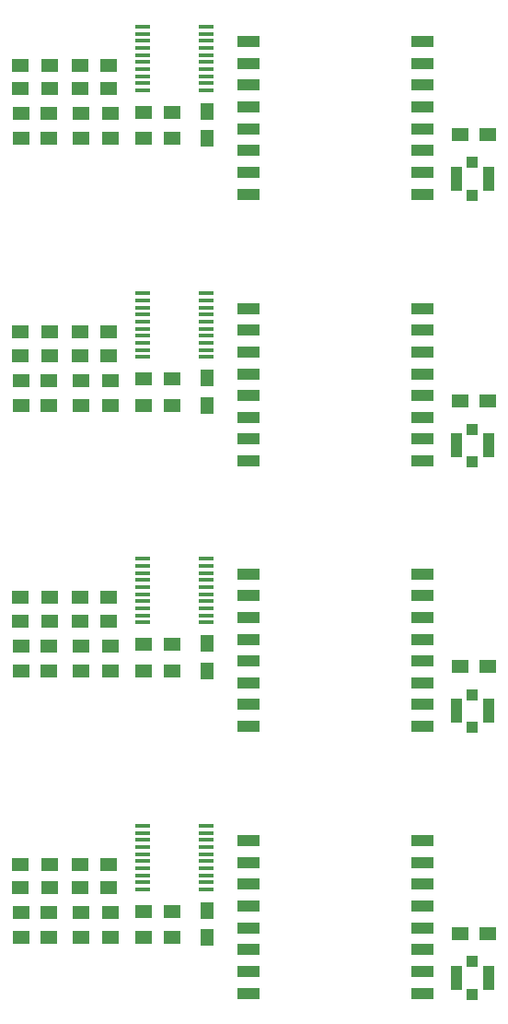
<source format=gtp>
G04 #@! TF.GenerationSoftware,KiCad,Pcbnew,5.1.8-5.1.8*
G04 #@! TF.CreationDate,2021-02-22T03:00:03+01:00*
G04 #@! TF.ProjectId,STM32L0LoraTx_4,53544d33-324c-4304-9c6f-726154785f34,rev?*
G04 #@! TF.SameCoordinates,Original*
G04 #@! TF.FileFunction,Paste,Top*
G04 #@! TF.FilePolarity,Positive*
%FSLAX46Y46*%
G04 Gerber Fmt 4.6, Leading zero omitted, Abs format (unit mm)*
G04 Created by KiCad (PCBNEW 5.1.8-5.1.8) date 2021-02-22 03:00:03*
%MOMM*%
%LPD*%
G01*
G04 APERTURE LIST*
%ADD10R,1.500000X1.300000*%
%ADD11R,1.500000X1.250000*%
%ADD12R,1.450000X0.450000*%
%ADD13R,2.000000X1.000000*%
%ADD14R,1.250000X1.500000*%
%ADD15R,1.050000X2.200000*%
%ADD16R,1.000000X1.000000*%
G04 APERTURE END LIST*
D10*
G04 #@! TO.C,R4*
X106727000Y-62738000D03*
X109427000Y-62738000D03*
G04 #@! TD*
G04 #@! TO.C,R1*
X106600000Y-56007000D03*
X109300000Y-56007000D03*
G04 #@! TD*
G04 #@! TO.C,R3*
X112442000Y-60325000D03*
X115142000Y-60325000D03*
G04 #@! TD*
G04 #@! TO.C,R2*
X109300000Y-82677000D03*
X106600000Y-82677000D03*
G04 #@! TD*
G04 #@! TO.C,R3*
X115142000Y-84836000D03*
X112442000Y-84836000D03*
G04 #@! TD*
G04 #@! TO.C,R1*
X109300000Y-80518000D03*
X106600000Y-80518000D03*
G04 #@! TD*
G04 #@! TO.C,R6*
X103839000Y-82677000D03*
X101139000Y-82677000D03*
G04 #@! TD*
D11*
G04 #@! TO.C,C3*
X144125000Y-86868000D03*
X141625000Y-86868000D03*
G04 #@! TD*
D12*
G04 #@! TO.C,U1*
X112366000Y-76958000D03*
X112366000Y-77608000D03*
X112366000Y-78258000D03*
X112366000Y-78908000D03*
X112366000Y-79558000D03*
X112366000Y-80208000D03*
X112366000Y-80858000D03*
X112366000Y-81508000D03*
X112366000Y-82158000D03*
X112366000Y-82808000D03*
X118266000Y-82808000D03*
X118266000Y-82158000D03*
X118266000Y-81508000D03*
X118266000Y-80858000D03*
X118266000Y-80208000D03*
X118266000Y-79558000D03*
X118266000Y-78908000D03*
X118266000Y-78258000D03*
X118266000Y-77608000D03*
X118266000Y-76958000D03*
G04 #@! TD*
D10*
G04 #@! TO.C,R7*
X101139000Y-80518000D03*
X103839000Y-80518000D03*
G04 #@! TD*
D11*
G04 #@! TO.C,C1*
X101239000Y-62738000D03*
X103739000Y-62738000D03*
G04 #@! TD*
D10*
G04 #@! TO.C,R6*
X101139000Y-58166000D03*
X103839000Y-58166000D03*
G04 #@! TD*
G04 #@! TO.C,R2*
X106600000Y-58166000D03*
X109300000Y-58166000D03*
G04 #@! TD*
G04 #@! TO.C,R5*
X109427000Y-60452000D03*
X106727000Y-60452000D03*
G04 #@! TD*
G04 #@! TO.C,R4*
X109427000Y-87249000D03*
X106727000Y-87249000D03*
G04 #@! TD*
G04 #@! TO.C,D1*
X112442000Y-87249000D03*
X115142000Y-87249000D03*
G04 #@! TD*
D12*
G04 #@! TO.C,U1*
X118266000Y-52447000D03*
X118266000Y-53097000D03*
X118266000Y-53747000D03*
X118266000Y-54397000D03*
X118266000Y-55047000D03*
X118266000Y-55697000D03*
X118266000Y-56347000D03*
X118266000Y-56997000D03*
X118266000Y-57647000D03*
X118266000Y-58297000D03*
X112366000Y-58297000D03*
X112366000Y-57647000D03*
X112366000Y-56997000D03*
X112366000Y-56347000D03*
X112366000Y-55697000D03*
X112366000Y-55047000D03*
X112366000Y-54397000D03*
X112366000Y-53747000D03*
X112366000Y-53097000D03*
X112366000Y-52447000D03*
G04 #@! TD*
D13*
G04 #@! TO.C,U2*
X138175000Y-53833000D03*
X138175000Y-55833000D03*
X138175000Y-57833000D03*
X138175000Y-59833000D03*
X138175000Y-61833000D03*
X138175000Y-63833000D03*
X138175000Y-65833000D03*
X138175000Y-67833000D03*
X122175000Y-67833000D03*
X122175000Y-65833000D03*
X122175000Y-63833000D03*
X122175000Y-61833000D03*
X122175000Y-59833000D03*
X122175000Y-57833000D03*
X122175000Y-55833000D03*
X122175000Y-53833000D03*
G04 #@! TD*
D10*
G04 #@! TO.C,R5*
X106727000Y-84963000D03*
X109427000Y-84963000D03*
G04 #@! TD*
D13*
G04 #@! TO.C,U2*
X122175000Y-78344000D03*
X122175000Y-80344000D03*
X122175000Y-82344000D03*
X122175000Y-84344000D03*
X122175000Y-86344000D03*
X122175000Y-88344000D03*
X122175000Y-90344000D03*
X122175000Y-92344000D03*
X138175000Y-92344000D03*
X138175000Y-90344000D03*
X138175000Y-88344000D03*
X138175000Y-86344000D03*
X138175000Y-84344000D03*
X138175000Y-82344000D03*
X138175000Y-80344000D03*
X138175000Y-78344000D03*
G04 #@! TD*
D14*
G04 #@! TO.C,C4*
X118364000Y-87229000D03*
X118364000Y-84729000D03*
G04 #@! TD*
D11*
G04 #@! TO.C,C1*
X103739000Y-87249000D03*
X101239000Y-87249000D03*
G04 #@! TD*
G04 #@! TO.C,C3*
X141625000Y-62357000D03*
X144125000Y-62357000D03*
G04 #@! TD*
D15*
G04 #@! TO.C,AE1*
X141273000Y-90932000D03*
X144223000Y-90932000D03*
D16*
X142748000Y-89432000D03*
X142748000Y-92432000D03*
G04 #@! TD*
D11*
G04 #@! TO.C,C2*
X101239000Y-84963000D03*
X103739000Y-84963000D03*
G04 #@! TD*
G04 #@! TO.C,C2*
X103739000Y-60452000D03*
X101239000Y-60452000D03*
G04 #@! TD*
D14*
G04 #@! TO.C,C4*
X118364000Y-60218000D03*
X118364000Y-62718000D03*
G04 #@! TD*
D16*
G04 #@! TO.C,AE1*
X142748000Y-67921000D03*
X142748000Y-64921000D03*
D15*
X144223000Y-66421000D03*
X141273000Y-66421000D03*
G04 #@! TD*
D10*
G04 #@! TO.C,D1*
X115142000Y-62738000D03*
X112442000Y-62738000D03*
G04 #@! TD*
G04 #@! TO.C,R7*
X103839000Y-56007000D03*
X101139000Y-56007000D03*
G04 #@! TD*
G04 #@! TO.C,R5*
X106727000Y-109347000D03*
X109427000Y-109347000D03*
G04 #@! TD*
G04 #@! TO.C,D1*
X112442000Y-111633000D03*
X115142000Y-111633000D03*
G04 #@! TD*
G04 #@! TO.C,R6*
X103839000Y-107061000D03*
X101139000Y-107061000D03*
G04 #@! TD*
G04 #@! TO.C,R7*
X101139000Y-104902000D03*
X103839000Y-104902000D03*
G04 #@! TD*
G04 #@! TO.C,R4*
X109427000Y-111633000D03*
X106727000Y-111633000D03*
G04 #@! TD*
D13*
G04 #@! TO.C,U2*
X122175000Y-102728000D03*
X122175000Y-104728000D03*
X122175000Y-106728000D03*
X122175000Y-108728000D03*
X122175000Y-110728000D03*
X122175000Y-112728000D03*
X122175000Y-114728000D03*
X122175000Y-116728000D03*
X138175000Y-116728000D03*
X138175000Y-114728000D03*
X138175000Y-112728000D03*
X138175000Y-110728000D03*
X138175000Y-108728000D03*
X138175000Y-106728000D03*
X138175000Y-104728000D03*
X138175000Y-102728000D03*
G04 #@! TD*
D12*
G04 #@! TO.C,U1*
X112366000Y-101342000D03*
X112366000Y-101992000D03*
X112366000Y-102642000D03*
X112366000Y-103292000D03*
X112366000Y-103942000D03*
X112366000Y-104592000D03*
X112366000Y-105242000D03*
X112366000Y-105892000D03*
X112366000Y-106542000D03*
X112366000Y-107192000D03*
X118266000Y-107192000D03*
X118266000Y-106542000D03*
X118266000Y-105892000D03*
X118266000Y-105242000D03*
X118266000Y-104592000D03*
X118266000Y-103942000D03*
X118266000Y-103292000D03*
X118266000Y-102642000D03*
X118266000Y-101992000D03*
X118266000Y-101342000D03*
G04 #@! TD*
D11*
G04 #@! TO.C,C3*
X144125000Y-111252000D03*
X141625000Y-111252000D03*
G04 #@! TD*
D10*
G04 #@! TO.C,R3*
X115142000Y-109220000D03*
X112442000Y-109220000D03*
G04 #@! TD*
G04 #@! TO.C,R2*
X109300000Y-107061000D03*
X106600000Y-107061000D03*
G04 #@! TD*
D15*
G04 #@! TO.C,AE1*
X141273000Y-115316000D03*
X144223000Y-115316000D03*
D16*
X142748000Y-113816000D03*
X142748000Y-116816000D03*
G04 #@! TD*
D11*
G04 #@! TO.C,C1*
X103739000Y-111633000D03*
X101239000Y-111633000D03*
G04 #@! TD*
G04 #@! TO.C,C2*
X101239000Y-109347000D03*
X103739000Y-109347000D03*
G04 #@! TD*
D10*
G04 #@! TO.C,R1*
X109300000Y-104902000D03*
X106600000Y-104902000D03*
G04 #@! TD*
D14*
G04 #@! TO.C,C4*
X118364000Y-111613000D03*
X118364000Y-109113000D03*
G04 #@! TD*
G04 #@! TO.C,C4*
X118364000Y-133624000D03*
X118364000Y-136124000D03*
G04 #@! TD*
D13*
G04 #@! TO.C,U2*
X138175000Y-127239000D03*
X138175000Y-129239000D03*
X138175000Y-131239000D03*
X138175000Y-133239000D03*
X138175000Y-135239000D03*
X138175000Y-137239000D03*
X138175000Y-139239000D03*
X138175000Y-141239000D03*
X122175000Y-141239000D03*
X122175000Y-139239000D03*
X122175000Y-137239000D03*
X122175000Y-135239000D03*
X122175000Y-133239000D03*
X122175000Y-131239000D03*
X122175000Y-129239000D03*
X122175000Y-127239000D03*
G04 #@! TD*
D10*
G04 #@! TO.C,R4*
X106727000Y-136144000D03*
X109427000Y-136144000D03*
G04 #@! TD*
D16*
G04 #@! TO.C,AE1*
X142748000Y-141327000D03*
X142748000Y-138327000D03*
D15*
X144223000Y-139827000D03*
X141273000Y-139827000D03*
G04 #@! TD*
D11*
G04 #@! TO.C,C1*
X101239000Y-136144000D03*
X103739000Y-136144000D03*
G04 #@! TD*
G04 #@! TO.C,C2*
X103739000Y-133858000D03*
X101239000Y-133858000D03*
G04 #@! TD*
G04 #@! TO.C,C3*
X141625000Y-135763000D03*
X144125000Y-135763000D03*
G04 #@! TD*
D10*
G04 #@! TO.C,D1*
X115142000Y-136144000D03*
X112442000Y-136144000D03*
G04 #@! TD*
G04 #@! TO.C,R1*
X106600000Y-129413000D03*
X109300000Y-129413000D03*
G04 #@! TD*
G04 #@! TO.C,R2*
X106600000Y-131572000D03*
X109300000Y-131572000D03*
G04 #@! TD*
G04 #@! TO.C,R3*
X112442000Y-133731000D03*
X115142000Y-133731000D03*
G04 #@! TD*
G04 #@! TO.C,R5*
X109427000Y-133858000D03*
X106727000Y-133858000D03*
G04 #@! TD*
G04 #@! TO.C,R6*
X101139000Y-131572000D03*
X103839000Y-131572000D03*
G04 #@! TD*
G04 #@! TO.C,R7*
X103839000Y-129413000D03*
X101139000Y-129413000D03*
G04 #@! TD*
D12*
G04 #@! TO.C,U1*
X118266000Y-125853000D03*
X118266000Y-126503000D03*
X118266000Y-127153000D03*
X118266000Y-127803000D03*
X118266000Y-128453000D03*
X118266000Y-129103000D03*
X118266000Y-129753000D03*
X118266000Y-130403000D03*
X118266000Y-131053000D03*
X118266000Y-131703000D03*
X112366000Y-131703000D03*
X112366000Y-131053000D03*
X112366000Y-130403000D03*
X112366000Y-129753000D03*
X112366000Y-129103000D03*
X112366000Y-128453000D03*
X112366000Y-127803000D03*
X112366000Y-127153000D03*
X112366000Y-126503000D03*
X112366000Y-125853000D03*
G04 #@! TD*
M02*

</source>
